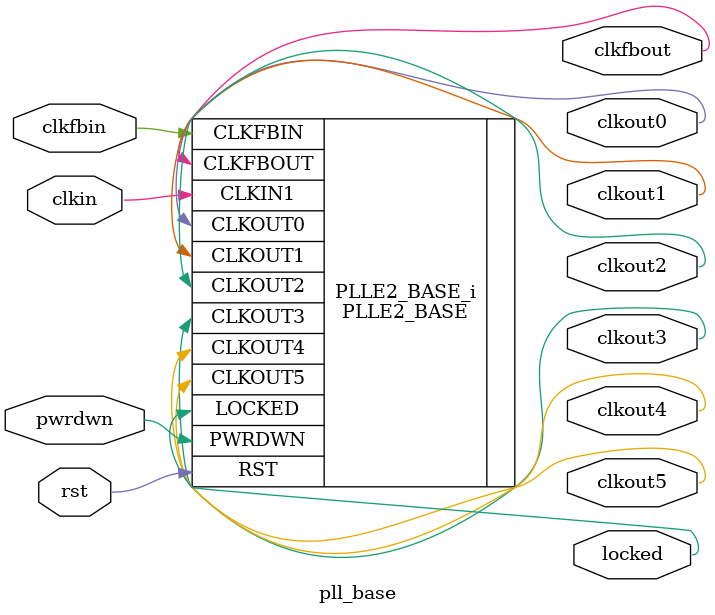
<source format=v>
/*******************************************************************************
 * Module: pll_base
 * Date:2014-05-01  
 * Author: Andrey Filippov
 * Description: PLLE2_BASE wrapper
 *
 * Copyright (c) 2014 Elphel, Inc.
 * pll_base.v is free software; you can redistribute it and/or modify
 * it under the terms of the GNU General Public License as published by
 * the Free Software Foundation, either version 3 of the License, or
 * (at your option) any later version.
 *
 *  pll_base.v is distributed in the hope that it will be useful,
 * but WITHOUT ANY WARRANTY; without even the implied warranty of
 * MERCHANTABILITY or FITNESS FOR A PARTICULAR PURPOSE.  See the
 * GNU General Public License for more details.
 *
 * You should have received a copy of the GNU General Public License
 * along with this program.  If not, see <http://www.gnu.org/licenses/> .
 *
 * Additional permission under GNU GPL version 3 section 7:
 * If you modify this Program, or any covered work, by linking or combining it
 * with independent modules provided by the FPGA vendor only (this permission
 * does not extend to any 3-rd party modules, "soft cores" or macros) under
 * different license terms solely for the purpose of generating binary "bitstream"
 * files * and/or simulating the code, the copyright holders of this Program give
 * you the right to distribute the covered work without those independent modules
 * as long as the source code for them is available from the FPGA vendor free of
 * charge, and there is no dependence on any ecrypted modules for simulating of
 * the combined code. This permission applies to you if the distributed code
 * contains all the components and scripts required to completely simulate it
 * with at least one of the Free Software programs.
 *******************************************************************************/
`timescale 1ns/1ps

module  pll_base#(
    parameter CLKIN_PERIOD =          0.000,  // input period in ns, 0..100.000 - MANDATORY, resolution down to 1 ps
    parameter BANDWIDTH =       "OPTIMIZED",  // "OPTIMIZED", "HIGH","LOW"
    parameter CLKFBOUT_MULT =         1,      // integer 1 to 64 . Together with CLKOUT#_DIVIDE and DIVCLK_DIVIDE
    parameter CLKFBOUT_PHASE =        0.000,  // CLOCK FEEDBACK phase in degrees (3 significant digits, -360.000...+360.000)
    parameter CLKOUT0_PHASE =         0.000,  // CLOCK0 phase in degrees (3 significant digits, -360.000...+360.000)
    parameter CLKOUT1_PHASE =         0.000,  // Initial/static fine phase shift, 1/(56*Fvco) actual step 
    parameter CLKOUT2_PHASE =         0.000,
    parameter CLKOUT3_PHASE =         0.000,
    parameter CLKOUT4_PHASE =         0.000,
    parameter CLKOUT5_PHASE =         0.000,
    parameter CLKOUT0_DUTY_CYCLE=     0.5,    // CLOCK 0 output duty factor, 3 significant digits      
    parameter CLKOUT1_DUTY_CYCLE=     0.5,      
    parameter CLKOUT2_DUTY_CYCLE=     0.5,      
    parameter CLKOUT3_DUTY_CYCLE=     0.5,      
    parameter CLKOUT4_DUTY_CYCLE=     0.5,      
    parameter CLKOUT5_DUTY_CYCLE=     0.5,      
    parameter CLKOUT0_DIVIDE =        1,        // CLK0 outout divide, integer 1..128 
    parameter CLKOUT1_DIVIDE =        1,        // CLK1 outout divide, integer 1..128 (determins a phase step as a fraction of pi/4)
    parameter CLKOUT2_DIVIDE =        1,
    parameter CLKOUT3_DIVIDE =        1,
    parameter CLKOUT4_DIVIDE =        1,
    parameter CLKOUT5_DIVIDE =        1,
    parameter DIVCLK_DIVIDE =         1,            // Integer 1..106. Divides all outputs with respect to CLKIN
    parameter REF_JITTER1   =         0.010,        // Expected jitter on CLKIN1 (0.000..0.999)
    parameter STARTUP_WAIT  =         "FALSE"       // Delays "DONE" signal until MMCM is locked
)
(
    input clkin,   // General clock input
    input clkfbin,  // Feedback clock input
    input rst,      // asynchronous reset input
    input pwrdwn,   // power down input    
    output clkout0,  // output 0, HPC BUFR/BUFIO capable
    output clkout1,  // output 1, HPC BUFR/BUFIO capable
    output clkout2,  // output 2, HPC BUFR/BUFIO capable
    output clkout3,  // output 3, HPC BUFR/BUFIO capable
    output clkout4,  // output 4, HPC BUFR/BUFIO not capable
    output clkout5,  // output 5, HPC BUFR/BUFIO not capable
    output clkfbout, // dedicate feedback output    
    output locked   // PLL locked output
);
    PLLE2_BASE #(
        .BANDWIDTH           (BANDWIDTH),
        .CLKFBOUT_MULT       (CLKFBOUT_MULT),
        .CLKFBOUT_PHASE      (CLKFBOUT_PHASE),
        .CLKIN1_PERIOD       (CLKIN_PERIOD),
        .CLKOUT0_DIVIDE      (CLKOUT0_DIVIDE),
        .CLKOUT0_DUTY_CYCLE  (CLKOUT0_DUTY_CYCLE),
        .CLKOUT0_PHASE       (CLKOUT0_PHASE),
        .CLKOUT1_DIVIDE      (CLKOUT1_DIVIDE),
        .CLKOUT1_DUTY_CYCLE  (CLKOUT1_DUTY_CYCLE),
        .CLKOUT1_PHASE       (CLKOUT1_PHASE),
        .CLKOUT2_DIVIDE      (CLKOUT2_DIVIDE),
        .CLKOUT2_DUTY_CYCLE  (CLKOUT2_DUTY_CYCLE),
        .CLKOUT2_PHASE       (CLKOUT2_PHASE),
        .CLKOUT3_DIVIDE      (CLKOUT3_DIVIDE),
        .CLKOUT3_DUTY_CYCLE  (CLKOUT3_DUTY_CYCLE),
        .CLKOUT3_PHASE       (CLKOUT3_PHASE),
        .CLKOUT4_DIVIDE      (CLKOUT4_DIVIDE),
        .CLKOUT4_DUTY_CYCLE  (CLKOUT4_DUTY_CYCLE),
        .CLKOUT4_PHASE       (CLKOUT4_PHASE),
        .CLKOUT5_DIVIDE      (CLKOUT5_DIVIDE),
        .CLKOUT5_DUTY_CYCLE  (CLKOUT5_DUTY_CYCLE),
        .CLKOUT5_PHASE       (CLKOUT5_PHASE),
        .DIVCLK_DIVIDE       (DIVCLK_DIVIDE),
        .REF_JITTER1         (REF_JITTER1),
        .STARTUP_WAIT        (STARTUP_WAIT)
    ) PLLE2_BASE_i (
        .CLKFBOUT            (clkfbout), // output 
        .CLKOUT0             (clkout0), // output 
        .CLKOUT1             (clkout1), // output 
        .CLKOUT2             (clkout2), // output 
        .CLKOUT3             (clkout3), // output 
        .CLKOUT4             (clkout4), // output 
        .CLKOUT5             (clkout5), // output 
        .LOCKED              (locked), // output 
        .CLKFBIN             (clkfbin), // input 
        .CLKIN1              (clkin), // input 
        .PWRDWN              (pwrdwn), // input 
        .RST                 (rst) // input 
    );
endmodule

</source>
